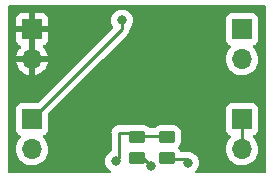
<source format=gbr>
%TF.GenerationSoftware,KiCad,Pcbnew,6.0.7-f9a2dced07~116~ubuntu20.04.1*%
%TF.CreationDate,2022-10-31T14:46:07+01:00*%
%TF.ProjectId,scd40_board,73636434-305f-4626-9f61-72642e6b6963,rev?*%
%TF.SameCoordinates,Original*%
%TF.FileFunction,Copper,L2,Bot*%
%TF.FilePolarity,Positive*%
%FSLAX46Y46*%
G04 Gerber Fmt 4.6, Leading zero omitted, Abs format (unit mm)*
G04 Created by KiCad (PCBNEW 6.0.7-f9a2dced07~116~ubuntu20.04.1) date 2022-10-31 14:46:07*
%MOMM*%
%LPD*%
G01*
G04 APERTURE LIST*
G04 Aperture macros list*
%AMRoundRect*
0 Rectangle with rounded corners*
0 $1 Rounding radius*
0 $2 $3 $4 $5 $6 $7 $8 $9 X,Y pos of 4 corners*
0 Add a 4 corners polygon primitive as box body*
4,1,4,$2,$3,$4,$5,$6,$7,$8,$9,$2,$3,0*
0 Add four circle primitives for the rounded corners*
1,1,$1+$1,$2,$3*
1,1,$1+$1,$4,$5*
1,1,$1+$1,$6,$7*
1,1,$1+$1,$8,$9*
0 Add four rect primitives between the rounded corners*
20,1,$1+$1,$2,$3,$4,$5,0*
20,1,$1+$1,$4,$5,$6,$7,0*
20,1,$1+$1,$6,$7,$8,$9,0*
20,1,$1+$1,$8,$9,$2,$3,0*%
G04 Aperture macros list end*
%TA.AperFunction,ComponentPad*%
%ADD10R,1.700000X1.700000*%
%TD*%
%TA.AperFunction,ComponentPad*%
%ADD11O,1.700000X1.700000*%
%TD*%
%TA.AperFunction,SMDPad,CuDef*%
%ADD12RoundRect,0.250000X-0.450000X0.262500X-0.450000X-0.262500X0.450000X-0.262500X0.450000X0.262500X0*%
%TD*%
%TA.AperFunction,ViaPad*%
%ADD13C,0.800000*%
%TD*%
%TA.AperFunction,Conductor*%
%ADD14C,0.250000*%
%TD*%
G04 APERTURE END LIST*
D10*
%TO.P,J2,1,Pin_1*%
%TO.N,GND*%
X151638000Y-28829000D03*
D11*
%TO.P,J2,2,Pin_2*%
X151638000Y-31369000D03*
%TD*%
D10*
%TO.P,J3,1,Pin_1*%
%TO.N,Net-(J3-Pad1)*%
X169418000Y-28829000D03*
D11*
%TO.P,J3,2,Pin_2*%
X169418000Y-31369000D03*
%TD*%
D12*
%TO.P,R2,1*%
%TO.N,Net-(J1-Pad1)*%
X160528000Y-37933500D03*
%TO.P,R2,2*%
%TO.N,Net-(J4-Pad1)*%
X160528000Y-39758500D03*
%TD*%
D10*
%TO.P,J4,1,Pin_1*%
%TO.N,Net-(J4-Pad1)*%
X169418000Y-36449000D03*
D11*
%TO.P,J4,2,Pin_2*%
X169418000Y-38989000D03*
%TD*%
D10*
%TO.P,J1,1,Pin_1*%
%TO.N,Net-(J1-Pad1)*%
X151638000Y-36449000D03*
D11*
%TO.P,J1,2,Pin_2*%
X151638000Y-38989000D03*
%TD*%
D12*
%TO.P,R1,1*%
%TO.N,Net-(J1-Pad1)*%
X163068000Y-37933500D03*
%TO.P,R1,2*%
%TO.N,Net-(J3-Pad1)*%
X163068000Y-39758500D03*
%TD*%
D13*
%TO.N,Net-(J1-Pad1)*%
X158750000Y-40005000D03*
X159258000Y-28067000D03*
%TO.N,GND*%
X162052000Y-35306000D03*
X159004000Y-32512000D03*
X162179000Y-32512000D03*
X159004000Y-35433000D03*
%TO.N,Net-(J3-Pad1)*%
X164846000Y-40132000D03*
%TO.N,Net-(J4-Pad1)*%
X161671000Y-40386000D03*
%TD*%
D14*
%TO.N,Net-(J1-Pad1)*%
X151638000Y-36449000D02*
X159258000Y-28829000D01*
X158750000Y-40005000D02*
X159004000Y-39751000D01*
X159004000Y-39751000D02*
X159004000Y-37592000D01*
X159004000Y-37592000D02*
X160274000Y-37592000D01*
X159258000Y-28829000D02*
X159258000Y-28067000D01*
X160528000Y-37846000D02*
X163068000Y-37846000D01*
X160274000Y-37592000D02*
X160528000Y-37846000D01*
%TO.N,GND*%
X151638000Y-28829000D02*
X151638000Y-31369000D01*
%TO.N,Net-(J3-Pad1)*%
X163068000Y-39846000D02*
X164560000Y-39846000D01*
X164560000Y-39846000D02*
X164846000Y-40132000D01*
%TO.N,Net-(J4-Pad1)*%
X161131000Y-39846000D02*
X161671000Y-40386000D01*
X169418000Y-36449000D02*
X169418000Y-38989000D01*
X160528000Y-39846000D02*
X161131000Y-39846000D01*
%TD*%
%TA.AperFunction,Conductor*%
%TO.N,GND*%
G36*
X171391621Y-26817502D02*
G01*
X171438114Y-26871158D01*
X171449500Y-26923500D01*
X171449500Y-40894500D01*
X171429498Y-40962621D01*
X171375842Y-41009114D01*
X171323500Y-41020500D01*
X165551498Y-41020500D01*
X165483377Y-41000498D01*
X165436884Y-40946842D01*
X165426780Y-40876568D01*
X165457862Y-40810190D01*
X165580621Y-40673852D01*
X165580622Y-40673851D01*
X165585040Y-40668944D01*
X165680527Y-40503556D01*
X165739542Y-40321928D01*
X165746087Y-40259661D01*
X165758814Y-40138565D01*
X165759504Y-40132000D01*
X165741735Y-39962938D01*
X165740232Y-39948635D01*
X165740232Y-39948633D01*
X165739542Y-39942072D01*
X165680527Y-39760444D01*
X165585040Y-39595056D01*
X165491178Y-39490811D01*
X165461675Y-39458045D01*
X165461674Y-39458044D01*
X165457253Y-39453134D01*
X165302752Y-39340882D01*
X165296724Y-39338198D01*
X165296722Y-39338197D01*
X165134319Y-39265891D01*
X165134318Y-39265891D01*
X165128288Y-39263206D01*
X165034888Y-39243353D01*
X164947944Y-39224872D01*
X164947939Y-39224872D01*
X164941487Y-39223500D01*
X164750513Y-39223500D01*
X164744053Y-39224873D01*
X164742952Y-39225107D01*
X164741455Y-39225146D01*
X164737488Y-39225563D01*
X164737455Y-39225251D01*
X164697027Y-39226306D01*
X164695922Y-39226131D01*
X164694459Y-39225899D01*
X164682857Y-39223495D01*
X164647711Y-39214472D01*
X164647710Y-39214472D01*
X164640030Y-39212500D01*
X164619776Y-39212500D01*
X164600065Y-39210949D01*
X164587886Y-39209020D01*
X164580057Y-39207780D01*
X164572165Y-39208526D01*
X164536039Y-39211941D01*
X164524181Y-39212500D01*
X164304781Y-39212500D01*
X164236660Y-39192498D01*
X164197637Y-39152803D01*
X164135407Y-39052240D01*
X164116478Y-39021652D01*
X164050406Y-38955695D01*
X168055251Y-38955695D01*
X168055548Y-38960848D01*
X168055548Y-38960851D01*
X168066616Y-39152803D01*
X168068110Y-39178715D01*
X168069247Y-39183761D01*
X168069248Y-39183767D01*
X168078835Y-39226306D01*
X168117222Y-39396639D01*
X168201266Y-39603616D01*
X168317987Y-39794088D01*
X168464250Y-39962938D01*
X168636126Y-40105632D01*
X168829000Y-40218338D01*
X169037692Y-40298030D01*
X169042760Y-40299061D01*
X169042763Y-40299062D01*
X169150017Y-40320883D01*
X169256597Y-40342567D01*
X169261772Y-40342757D01*
X169261774Y-40342757D01*
X169474673Y-40350564D01*
X169474677Y-40350564D01*
X169479837Y-40350753D01*
X169484957Y-40350097D01*
X169484959Y-40350097D01*
X169696288Y-40323025D01*
X169696289Y-40323025D01*
X169701416Y-40322368D01*
X169724758Y-40315365D01*
X169910429Y-40259661D01*
X169910434Y-40259659D01*
X169915384Y-40258174D01*
X170115994Y-40159896D01*
X170297860Y-40030173D01*
X170456096Y-39872489D01*
X170515594Y-39789689D01*
X170583435Y-39695277D01*
X170586453Y-39691077D01*
X170617766Y-39627721D01*
X170683136Y-39495453D01*
X170683137Y-39495451D01*
X170685430Y-39490811D01*
X170730982Y-39340882D01*
X170748865Y-39282023D01*
X170748865Y-39282021D01*
X170750370Y-39277069D01*
X170779529Y-39055590D01*
X170779611Y-39052240D01*
X170781074Y-38992365D01*
X170781074Y-38992361D01*
X170781156Y-38989000D01*
X170762852Y-38766361D01*
X170708431Y-38549702D01*
X170619354Y-38344840D01*
X170498014Y-38157277D01*
X170494532Y-38153450D01*
X170350798Y-37995488D01*
X170319746Y-37931642D01*
X170328141Y-37861143D01*
X170373317Y-37806375D01*
X170399761Y-37792706D01*
X170506297Y-37752767D01*
X170514705Y-37749615D01*
X170631261Y-37662261D01*
X170718615Y-37545705D01*
X170769745Y-37409316D01*
X170776500Y-37347134D01*
X170776500Y-35550866D01*
X170769745Y-35488684D01*
X170718615Y-35352295D01*
X170631261Y-35235739D01*
X170514705Y-35148385D01*
X170378316Y-35097255D01*
X170316134Y-35090500D01*
X168519866Y-35090500D01*
X168457684Y-35097255D01*
X168321295Y-35148385D01*
X168204739Y-35235739D01*
X168117385Y-35352295D01*
X168066255Y-35488684D01*
X168059500Y-35550866D01*
X168059500Y-37347134D01*
X168066255Y-37409316D01*
X168117385Y-37545705D01*
X168204739Y-37662261D01*
X168321295Y-37749615D01*
X168329704Y-37752767D01*
X168329705Y-37752768D01*
X168438451Y-37793535D01*
X168495216Y-37836176D01*
X168519916Y-37902738D01*
X168504709Y-37972087D01*
X168485316Y-37998568D01*
X168358629Y-38131138D01*
X168232743Y-38315680D01*
X168185716Y-38416992D01*
X168141712Y-38511791D01*
X168138688Y-38518305D01*
X168078989Y-38733570D01*
X168055251Y-38955695D01*
X164050406Y-38955695D01*
X164029891Y-38935216D01*
X163995812Y-38872934D01*
X164000815Y-38802114D01*
X164029736Y-38757025D01*
X164112134Y-38674483D01*
X164117305Y-38669303D01*
X164121146Y-38663072D01*
X164206275Y-38524968D01*
X164206276Y-38524966D01*
X164210115Y-38518738D01*
X164265797Y-38350861D01*
X164266860Y-38340492D01*
X164276172Y-38249598D01*
X164276500Y-38246400D01*
X164276500Y-37620600D01*
X164276163Y-37617350D01*
X164266238Y-37521692D01*
X164266237Y-37521688D01*
X164265526Y-37514834D01*
X164246422Y-37457571D01*
X164211868Y-37354002D01*
X164209550Y-37347054D01*
X164116478Y-37196652D01*
X164095520Y-37175730D01*
X163996483Y-37076866D01*
X163991303Y-37071695D01*
X163985072Y-37067854D01*
X163846968Y-36982725D01*
X163846966Y-36982724D01*
X163840738Y-36978885D01*
X163680254Y-36925655D01*
X163679389Y-36925368D01*
X163679387Y-36925368D01*
X163672861Y-36923203D01*
X163666025Y-36922503D01*
X163666022Y-36922502D01*
X163622969Y-36918091D01*
X163568400Y-36912500D01*
X162567600Y-36912500D01*
X162564354Y-36912837D01*
X162564350Y-36912837D01*
X162468692Y-36922762D01*
X162468688Y-36922763D01*
X162461834Y-36923474D01*
X162455298Y-36925655D01*
X162455296Y-36925655D01*
X162355362Y-36958996D01*
X162294054Y-36979450D01*
X162143652Y-37072522D01*
X162138479Y-37077704D01*
X162040835Y-37175518D01*
X161978552Y-37209597D01*
X161951662Y-37212500D01*
X161644480Y-37212500D01*
X161576359Y-37192498D01*
X161555462Y-37175673D01*
X161506232Y-37126528D01*
X161451303Y-37071695D01*
X161445072Y-37067854D01*
X161306968Y-36982725D01*
X161306966Y-36982724D01*
X161300738Y-36978885D01*
X161140254Y-36925655D01*
X161139389Y-36925368D01*
X161139387Y-36925368D01*
X161132861Y-36923203D01*
X161126025Y-36922503D01*
X161126022Y-36922502D01*
X161082969Y-36918091D01*
X161028400Y-36912500D01*
X160027600Y-36912500D01*
X160024354Y-36912837D01*
X160024350Y-36912837D01*
X159928692Y-36922762D01*
X159928688Y-36922763D01*
X159921834Y-36923474D01*
X159915292Y-36925657D01*
X159915290Y-36925657D01*
X159836261Y-36952023D01*
X159796384Y-36958500D01*
X159075793Y-36958500D01*
X159052184Y-36956268D01*
X159051881Y-36956210D01*
X159051877Y-36956210D01*
X159044094Y-36954725D01*
X158988049Y-36958251D01*
X158980138Y-36958500D01*
X158964144Y-36958500D01*
X158948270Y-36960506D01*
X158940410Y-36961248D01*
X158912951Y-36962976D01*
X158892263Y-36964277D01*
X158892262Y-36964277D01*
X158884350Y-36964775D01*
X158876809Y-36967225D01*
X158876513Y-36967321D01*
X158853369Y-36972494D01*
X158853065Y-36972532D01*
X158853060Y-36972533D01*
X158845203Y-36973526D01*
X158837838Y-36976442D01*
X158837834Y-36976443D01*
X158792989Y-36994199D01*
X158785570Y-36996871D01*
X158732125Y-37014236D01*
X158725429Y-37018486D01*
X158725428Y-37018486D01*
X158725169Y-37018650D01*
X158704042Y-37029415D01*
X158703754Y-37029529D01*
X158703749Y-37029532D01*
X158696383Y-37032448D01*
X158689975Y-37037104D01*
X158689969Y-37037107D01*
X158650948Y-37065458D01*
X158644411Y-37069901D01*
X158596982Y-37100000D01*
X158591556Y-37105778D01*
X158591555Y-37105779D01*
X158591341Y-37106007D01*
X158573554Y-37121688D01*
X158573309Y-37121866D01*
X158573307Y-37121868D01*
X158566893Y-37126528D01*
X158561839Y-37132637D01*
X158561838Y-37132638D01*
X158531097Y-37169796D01*
X158525866Y-37175730D01*
X158492842Y-37210898D01*
X158492840Y-37210901D01*
X158487414Y-37216679D01*
X158483445Y-37223899D01*
X158470119Y-37243506D01*
X158469920Y-37243746D01*
X158469916Y-37243753D01*
X158464867Y-37249856D01*
X158461493Y-37257027D01*
X158440953Y-37300676D01*
X158437371Y-37307708D01*
X158410305Y-37356940D01*
X158408335Y-37364615D01*
X158408332Y-37364621D01*
X158408256Y-37364919D01*
X158400224Y-37387228D01*
X158400094Y-37387503D01*
X158400091Y-37387511D01*
X158396717Y-37394682D01*
X158395231Y-37402474D01*
X158386195Y-37449843D01*
X158384471Y-37457558D01*
X158370500Y-37511970D01*
X158370500Y-37520207D01*
X158368268Y-37543816D01*
X158366725Y-37551906D01*
X158367223Y-37559817D01*
X158370251Y-37607951D01*
X158370500Y-37615862D01*
X158370500Y-39097661D01*
X158350498Y-39165782D01*
X158303820Y-39205847D01*
X158305001Y-39207893D01*
X158299278Y-39211197D01*
X158293248Y-39213882D01*
X158287907Y-39217762D01*
X158287906Y-39217763D01*
X158276708Y-39225899D01*
X158138747Y-39326134D01*
X158010960Y-39468056D01*
X157994093Y-39497271D01*
X157930152Y-39608020D01*
X157915473Y-39633444D01*
X157856458Y-39815072D01*
X157836496Y-40005000D01*
X157856458Y-40194928D01*
X157915473Y-40376556D01*
X158010960Y-40541944D01*
X158015378Y-40546851D01*
X158015379Y-40546852D01*
X158129730Y-40673852D01*
X158138747Y-40683866D01*
X158182176Y-40715419D01*
X158288356Y-40792564D01*
X158331710Y-40848787D01*
X158337785Y-40919523D01*
X158304653Y-40982314D01*
X158242833Y-41017226D01*
X158214295Y-41020500D01*
X149732500Y-41020500D01*
X149664379Y-41000498D01*
X149617886Y-40946842D01*
X149606500Y-40894500D01*
X149606500Y-38955695D01*
X150275251Y-38955695D01*
X150275548Y-38960848D01*
X150275548Y-38960851D01*
X150286616Y-39152803D01*
X150288110Y-39178715D01*
X150289247Y-39183761D01*
X150289248Y-39183767D01*
X150298835Y-39226306D01*
X150337222Y-39396639D01*
X150421266Y-39603616D01*
X150537987Y-39794088D01*
X150684250Y-39962938D01*
X150856126Y-40105632D01*
X151049000Y-40218338D01*
X151257692Y-40298030D01*
X151262760Y-40299061D01*
X151262763Y-40299062D01*
X151370017Y-40320883D01*
X151476597Y-40342567D01*
X151481772Y-40342757D01*
X151481774Y-40342757D01*
X151694673Y-40350564D01*
X151694677Y-40350564D01*
X151699837Y-40350753D01*
X151704957Y-40350097D01*
X151704959Y-40350097D01*
X151916288Y-40323025D01*
X151916289Y-40323025D01*
X151921416Y-40322368D01*
X151944758Y-40315365D01*
X152130429Y-40259661D01*
X152130434Y-40259659D01*
X152135384Y-40258174D01*
X152335994Y-40159896D01*
X152517860Y-40030173D01*
X152676096Y-39872489D01*
X152735594Y-39789689D01*
X152803435Y-39695277D01*
X152806453Y-39691077D01*
X152837766Y-39627721D01*
X152903136Y-39495453D01*
X152903137Y-39495451D01*
X152905430Y-39490811D01*
X152950982Y-39340882D01*
X152968865Y-39282023D01*
X152968865Y-39282021D01*
X152970370Y-39277069D01*
X152999529Y-39055590D01*
X152999611Y-39052240D01*
X153001074Y-38992365D01*
X153001074Y-38992361D01*
X153001156Y-38989000D01*
X152982852Y-38766361D01*
X152928431Y-38549702D01*
X152839354Y-38344840D01*
X152718014Y-38157277D01*
X152714532Y-38153450D01*
X152570798Y-37995488D01*
X152539746Y-37931642D01*
X152548141Y-37861143D01*
X152593317Y-37806375D01*
X152619761Y-37792706D01*
X152726297Y-37752767D01*
X152734705Y-37749615D01*
X152851261Y-37662261D01*
X152938615Y-37545705D01*
X152989745Y-37409316D01*
X152996500Y-37347134D01*
X152996500Y-36038594D01*
X153016502Y-35970473D01*
X153033405Y-35949499D01*
X157647209Y-31335695D01*
X168055251Y-31335695D01*
X168055548Y-31340848D01*
X168055548Y-31340851D01*
X168061011Y-31435590D01*
X168068110Y-31558715D01*
X168069247Y-31563761D01*
X168069248Y-31563767D01*
X168083449Y-31626778D01*
X168117222Y-31776639D01*
X168201266Y-31983616D01*
X168317987Y-32174088D01*
X168464250Y-32342938D01*
X168636126Y-32485632D01*
X168829000Y-32598338D01*
X169037692Y-32678030D01*
X169042760Y-32679061D01*
X169042763Y-32679062D01*
X169137862Y-32698410D01*
X169256597Y-32722567D01*
X169261772Y-32722757D01*
X169261774Y-32722757D01*
X169474673Y-32730564D01*
X169474677Y-32730564D01*
X169479837Y-32730753D01*
X169484957Y-32730097D01*
X169484959Y-32730097D01*
X169696288Y-32703025D01*
X169696289Y-32703025D01*
X169701416Y-32702368D01*
X169706366Y-32700883D01*
X169910429Y-32639661D01*
X169910434Y-32639659D01*
X169915384Y-32638174D01*
X170115994Y-32539896D01*
X170297860Y-32410173D01*
X170456096Y-32252489D01*
X170515594Y-32169689D01*
X170583435Y-32075277D01*
X170586453Y-32071077D01*
X170685430Y-31870811D01*
X170750370Y-31657069D01*
X170779529Y-31435590D01*
X170781156Y-31369000D01*
X170762852Y-31146361D01*
X170708431Y-30929702D01*
X170619354Y-30724840D01*
X170498014Y-30537277D01*
X170478405Y-30515727D01*
X170350798Y-30375488D01*
X170319746Y-30311642D01*
X170328141Y-30241143D01*
X170373317Y-30186375D01*
X170399761Y-30172706D01*
X170506297Y-30132767D01*
X170514705Y-30129615D01*
X170631261Y-30042261D01*
X170718615Y-29925705D01*
X170769745Y-29789316D01*
X170776500Y-29727134D01*
X170776500Y-27930866D01*
X170769745Y-27868684D01*
X170718615Y-27732295D01*
X170631261Y-27615739D01*
X170514705Y-27528385D01*
X170378316Y-27477255D01*
X170316134Y-27470500D01*
X168519866Y-27470500D01*
X168457684Y-27477255D01*
X168321295Y-27528385D01*
X168204739Y-27615739D01*
X168117385Y-27732295D01*
X168066255Y-27868684D01*
X168059500Y-27930866D01*
X168059500Y-29727134D01*
X168066255Y-29789316D01*
X168117385Y-29925705D01*
X168204739Y-30042261D01*
X168321295Y-30129615D01*
X168329704Y-30132767D01*
X168329705Y-30132768D01*
X168438451Y-30173535D01*
X168495216Y-30216176D01*
X168519916Y-30282738D01*
X168504709Y-30352087D01*
X168485316Y-30378568D01*
X168358629Y-30511138D01*
X168355715Y-30515410D01*
X168355714Y-30515411D01*
X168343409Y-30533450D01*
X168232743Y-30695680D01*
X168138688Y-30898305D01*
X168078989Y-31113570D01*
X168055251Y-31335695D01*
X157647209Y-31335695D01*
X159650247Y-29332657D01*
X159658537Y-29325113D01*
X159665018Y-29321000D01*
X159711659Y-29271332D01*
X159714413Y-29268491D01*
X159734134Y-29248770D01*
X159736612Y-29245575D01*
X159744318Y-29236553D01*
X159769158Y-29210101D01*
X159774586Y-29204321D01*
X159784346Y-29186568D01*
X159795199Y-29170045D01*
X159802753Y-29160306D01*
X159807613Y-29154041D01*
X159825176Y-29113457D01*
X159830383Y-29102827D01*
X159851695Y-29064060D01*
X159853666Y-29056383D01*
X159853668Y-29056378D01*
X159856732Y-29044442D01*
X159863138Y-29025730D01*
X159868034Y-29014417D01*
X159871181Y-29007145D01*
X159878097Y-28963481D01*
X159880504Y-28951860D01*
X159889528Y-28916711D01*
X159889528Y-28916710D01*
X159891500Y-28909030D01*
X159891500Y-28888769D01*
X159893051Y-28869058D01*
X159894979Y-28856885D01*
X159896219Y-28849057D01*
X159892059Y-28805046D01*
X159891500Y-28793189D01*
X159891500Y-28769524D01*
X159911502Y-28701403D01*
X159923858Y-28685221D01*
X159997040Y-28603944D01*
X160092527Y-28438556D01*
X160151542Y-28256928D01*
X160171504Y-28067000D01*
X160151542Y-27877072D01*
X160092527Y-27695444D01*
X159997040Y-27530056D01*
X159960178Y-27489116D01*
X159873675Y-27393045D01*
X159873674Y-27393044D01*
X159869253Y-27388134D01*
X159714752Y-27275882D01*
X159708724Y-27273198D01*
X159708722Y-27273197D01*
X159546319Y-27200891D01*
X159546318Y-27200891D01*
X159540288Y-27198206D01*
X159446888Y-27178353D01*
X159359944Y-27159872D01*
X159359939Y-27159872D01*
X159353487Y-27158500D01*
X159162513Y-27158500D01*
X159156061Y-27159872D01*
X159156056Y-27159872D01*
X159069112Y-27178353D01*
X158975712Y-27198206D01*
X158969682Y-27200891D01*
X158969681Y-27200891D01*
X158807278Y-27273197D01*
X158807276Y-27273198D01*
X158801248Y-27275882D01*
X158646747Y-27388134D01*
X158642326Y-27393044D01*
X158642325Y-27393045D01*
X158555823Y-27489116D01*
X158518960Y-27530056D01*
X158423473Y-27695444D01*
X158364458Y-27877072D01*
X158344496Y-28067000D01*
X158364458Y-28256928D01*
X158423473Y-28438556D01*
X158426776Y-28444278D01*
X158426777Y-28444279D01*
X158495578Y-28563446D01*
X158512316Y-28632442D01*
X158489095Y-28699533D01*
X158475554Y-28715541D01*
X152137500Y-35053595D01*
X152075188Y-35087621D01*
X152048405Y-35090500D01*
X150739866Y-35090500D01*
X150677684Y-35097255D01*
X150541295Y-35148385D01*
X150424739Y-35235739D01*
X150337385Y-35352295D01*
X150286255Y-35488684D01*
X150279500Y-35550866D01*
X150279500Y-37347134D01*
X150286255Y-37409316D01*
X150337385Y-37545705D01*
X150424739Y-37662261D01*
X150541295Y-37749615D01*
X150549704Y-37752767D01*
X150549705Y-37752768D01*
X150658451Y-37793535D01*
X150715216Y-37836176D01*
X150739916Y-37902738D01*
X150724709Y-37972087D01*
X150705316Y-37998568D01*
X150578629Y-38131138D01*
X150452743Y-38315680D01*
X150405716Y-38416992D01*
X150361712Y-38511791D01*
X150358688Y-38518305D01*
X150298989Y-38733570D01*
X150275251Y-38955695D01*
X149606500Y-38955695D01*
X149606500Y-31636966D01*
X150306257Y-31636966D01*
X150336565Y-31771446D01*
X150339645Y-31781275D01*
X150419770Y-31978603D01*
X150424413Y-31987794D01*
X150535694Y-32169388D01*
X150541777Y-32177699D01*
X150681213Y-32338667D01*
X150688580Y-32345883D01*
X150852434Y-32481916D01*
X150860881Y-32487831D01*
X151044756Y-32595279D01*
X151054042Y-32599729D01*
X151253001Y-32675703D01*
X151262899Y-32678579D01*
X151366250Y-32699606D01*
X151380299Y-32698410D01*
X151384000Y-32688065D01*
X151384000Y-32687517D01*
X151892000Y-32687517D01*
X151896064Y-32701359D01*
X151909478Y-32703393D01*
X151916184Y-32702534D01*
X151926262Y-32700392D01*
X152130255Y-32639191D01*
X152139842Y-32635433D01*
X152331095Y-32541739D01*
X152339945Y-32536464D01*
X152513328Y-32412792D01*
X152521200Y-32406139D01*
X152672052Y-32255812D01*
X152678730Y-32247965D01*
X152803003Y-32075020D01*
X152808313Y-32066183D01*
X152902670Y-31875267D01*
X152906469Y-31865672D01*
X152968377Y-31661910D01*
X152970555Y-31651837D01*
X152971986Y-31640962D01*
X152969775Y-31626778D01*
X152956617Y-31623000D01*
X151910115Y-31623000D01*
X151894876Y-31627475D01*
X151893671Y-31628865D01*
X151892000Y-31636548D01*
X151892000Y-32687517D01*
X151384000Y-32687517D01*
X151384000Y-31641115D01*
X151379525Y-31625876D01*
X151378135Y-31624671D01*
X151370452Y-31623000D01*
X150321225Y-31623000D01*
X150307694Y-31626973D01*
X150306257Y-31636966D01*
X149606500Y-31636966D01*
X149606500Y-29723669D01*
X150280001Y-29723669D01*
X150280371Y-29730490D01*
X150285895Y-29781352D01*
X150289521Y-29796604D01*
X150334676Y-29917054D01*
X150343214Y-29932649D01*
X150419715Y-30034724D01*
X150432276Y-30047285D01*
X150534351Y-30123786D01*
X150549946Y-30132324D01*
X150659337Y-30173333D01*
X150716101Y-30215975D01*
X150740801Y-30282536D01*
X150725594Y-30351885D01*
X150706201Y-30378366D01*
X150582590Y-30507717D01*
X150576104Y-30515727D01*
X150456098Y-30691649D01*
X150451000Y-30700623D01*
X150361338Y-30893783D01*
X150357775Y-30903470D01*
X150302389Y-31103183D01*
X150303912Y-31111607D01*
X150316292Y-31115000D01*
X151365885Y-31115000D01*
X151381124Y-31110525D01*
X151382329Y-31109135D01*
X151384000Y-31101452D01*
X151384000Y-31096885D01*
X151892000Y-31096885D01*
X151896475Y-31112124D01*
X151897865Y-31113329D01*
X151905548Y-31115000D01*
X152956344Y-31115000D01*
X152969875Y-31111027D01*
X152971180Y-31101947D01*
X152929214Y-30934875D01*
X152925894Y-30925124D01*
X152840972Y-30729814D01*
X152836105Y-30720739D01*
X152720426Y-30541926D01*
X152714136Y-30533757D01*
X152569931Y-30375279D01*
X152538879Y-30311433D01*
X152547273Y-30240934D01*
X152592450Y-30186166D01*
X152618894Y-30172497D01*
X152726054Y-30132324D01*
X152741649Y-30123786D01*
X152843724Y-30047285D01*
X152856285Y-30034724D01*
X152932786Y-29932649D01*
X152941324Y-29917054D01*
X152986478Y-29796606D01*
X152990105Y-29781351D01*
X152995631Y-29730486D01*
X152996000Y-29723672D01*
X152996000Y-29101115D01*
X152991525Y-29085876D01*
X152990135Y-29084671D01*
X152982452Y-29083000D01*
X151910115Y-29083000D01*
X151894876Y-29087475D01*
X151893671Y-29088865D01*
X151892000Y-29096548D01*
X151892000Y-31096885D01*
X151384000Y-31096885D01*
X151384000Y-29101115D01*
X151379525Y-29085876D01*
X151378135Y-29084671D01*
X151370452Y-29083000D01*
X150298116Y-29083000D01*
X150282877Y-29087475D01*
X150281672Y-29088865D01*
X150280001Y-29096548D01*
X150280001Y-29723669D01*
X149606500Y-29723669D01*
X149606500Y-28556885D01*
X150280000Y-28556885D01*
X150284475Y-28572124D01*
X150285865Y-28573329D01*
X150293548Y-28575000D01*
X151365885Y-28575000D01*
X151381124Y-28570525D01*
X151382329Y-28569135D01*
X151384000Y-28561452D01*
X151384000Y-28556885D01*
X151892000Y-28556885D01*
X151896475Y-28572124D01*
X151897865Y-28573329D01*
X151905548Y-28575000D01*
X152977884Y-28575000D01*
X152993123Y-28570525D01*
X152994328Y-28569135D01*
X152995999Y-28561452D01*
X152995999Y-27934331D01*
X152995629Y-27927510D01*
X152990105Y-27876648D01*
X152986479Y-27861396D01*
X152941324Y-27740946D01*
X152932786Y-27725351D01*
X152856285Y-27623276D01*
X152843724Y-27610715D01*
X152741649Y-27534214D01*
X152726054Y-27525676D01*
X152605606Y-27480522D01*
X152590351Y-27476895D01*
X152539486Y-27471369D01*
X152532672Y-27471000D01*
X151910115Y-27471000D01*
X151894876Y-27475475D01*
X151893671Y-27476865D01*
X151892000Y-27484548D01*
X151892000Y-28556885D01*
X151384000Y-28556885D01*
X151384000Y-27489116D01*
X151379525Y-27473877D01*
X151378135Y-27472672D01*
X151370452Y-27471001D01*
X150743331Y-27471001D01*
X150736510Y-27471371D01*
X150685648Y-27476895D01*
X150670396Y-27480521D01*
X150549946Y-27525676D01*
X150534351Y-27534214D01*
X150432276Y-27610715D01*
X150419715Y-27623276D01*
X150343214Y-27725351D01*
X150334676Y-27740946D01*
X150289522Y-27861394D01*
X150285895Y-27876649D01*
X150280369Y-27927514D01*
X150280000Y-27934328D01*
X150280000Y-28556885D01*
X149606500Y-28556885D01*
X149606500Y-26923500D01*
X149626502Y-26855379D01*
X149680158Y-26808886D01*
X149732500Y-26797500D01*
X171323500Y-26797500D01*
X171391621Y-26817502D01*
G37*
%TD.AperFunction*%
%TD*%
M02*

</source>
